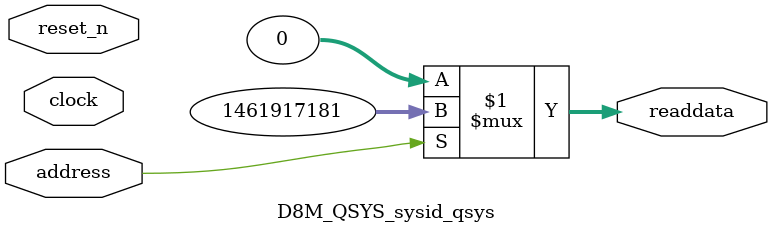
<source format=v>

`timescale 1ns / 1ps
// synthesis translate_on

// turn off superfluous verilog processor warnings 
// altera message_level Level1 
// altera message_off 10034 10035 10036 10037 10230 10240 10030 

module D8M_QSYS_sysid_qsys (
               // inputs:
                address,
                clock,
                reset_n,

               // outputs:
                readdata
             )
;

  output  [ 31: 0] readdata;
  input            address;
  input            clock;
  input            reset_n;

  wire    [ 31: 0] readdata;
  //control_slave, which is an e_avalon_slave
  assign readdata = address ? 1461917181 : 0;

endmodule




</source>
